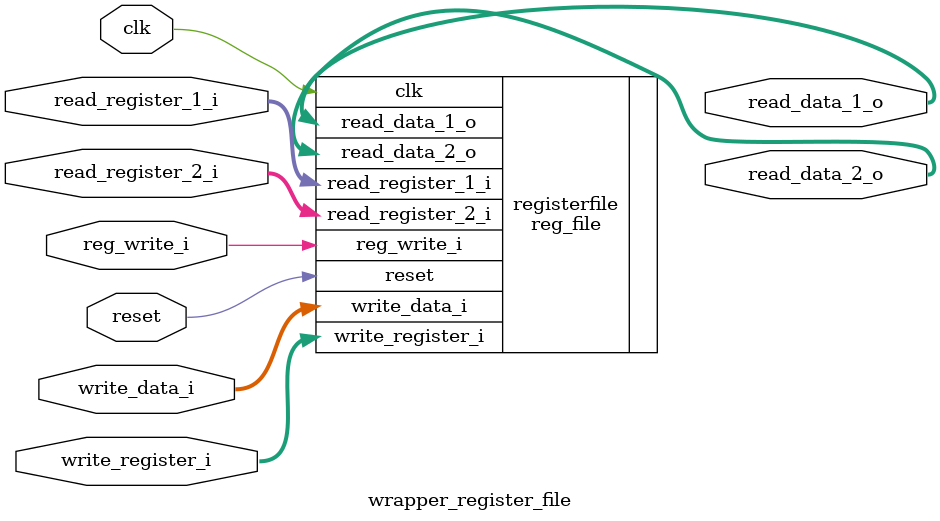
<source format=v>
module wrapper_register_file #(

	parameter WIDTH = 32,
	parameter SIZE = 5

)(
	input clk,
	input reset,
	input	reg_write_i, 						//enable
	input [SIZE-1:0] read_register_1_i, //rs
	input [SIZE-1:0] read_register_2_i, //rt
	input [SIZE-1:0] write_register_i,  // rd
	input [WIDTH-1:0] write_data_i,		// R[rd]

	output [WIDTH-1:0] read_data_1_o,//R[rs]
	output [WIDTH-1:0] read_data_2_o //R[rt]

);
reg_file registerfile (
	.clk(clk), .reset(reset), 
	.reg_write_i(reg_write_i),
	.read_register_1_i(read_register_1_i), 
	.read_register_2_i(read_register_2_i),
	.write_register_i(write_register_i), 
	.write_data_i(write_data_i),	
	.read_data_1_o(read_data_1_o),
	.read_data_2_o(read_data_2_o) 
);
endmodule 
</source>
